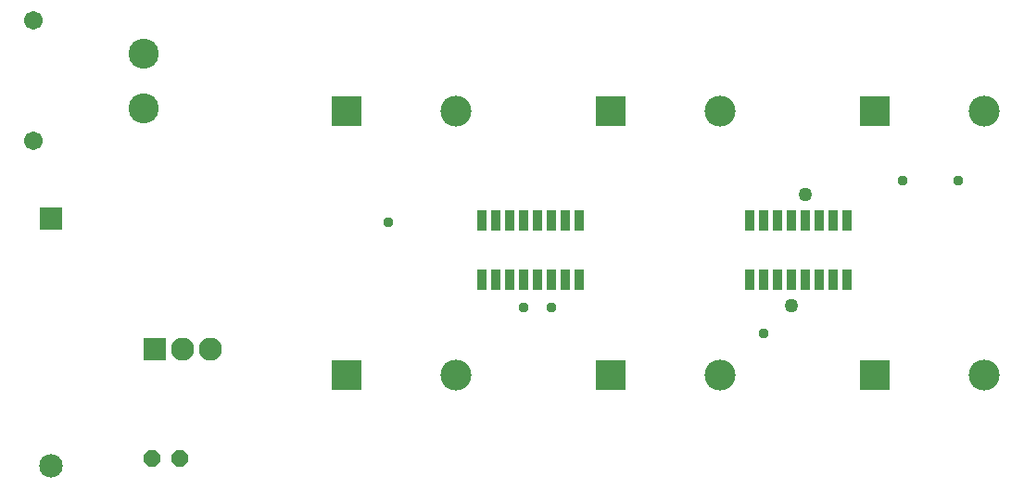
<source format=gbr>
G04 EAGLE Gerber RS-274X export*
G75*
%MOMM*%
%FSLAX34Y34*%
%LPD*%
%INSoldermask Bottom*%
%IPPOS*%
%AMOC8*
5,1,8,0,0,1.08239X$1,22.5*%
G01*
%ADD10R,2.828200X2.828200*%
%ADD11C,2.828200*%
%ADD12R,0.853200X1.841200*%
%ADD13C,2.753200*%
%ADD14C,1.711200*%
%ADD15P,1.649562X8X22.500000*%
%ADD16R,2.123200X2.123200*%
%ADD17C,2.123200*%
%ADD18R,2.153200X2.153200*%
%ADD19C,2.153200*%
%ADD20C,0.959600*%
%ADD21C,1.259600*%


D10*
X330200Y368300D03*
D11*
X430200Y368300D03*
D10*
X571500Y368300D03*
D11*
X671500Y368300D03*
D10*
X812800Y368300D03*
D11*
X912800Y368300D03*
D10*
X812800Y127000D03*
D11*
X912800Y127000D03*
D10*
X571500Y127000D03*
D11*
X671500Y127000D03*
D10*
X330200Y127000D03*
D11*
X430200Y127000D03*
D12*
X453390Y268360D03*
X466090Y268360D03*
X478790Y268360D03*
X491490Y268360D03*
X504190Y268360D03*
X516890Y268360D03*
X529590Y268360D03*
X542290Y268360D03*
X542290Y214240D03*
X529590Y214240D03*
X516890Y214240D03*
X504190Y214240D03*
X491490Y214240D03*
X478790Y214240D03*
X466090Y214240D03*
X453390Y214240D03*
X698500Y268360D03*
X711200Y268360D03*
X723900Y268360D03*
X736600Y268360D03*
X749300Y268360D03*
X762000Y268360D03*
X774700Y268360D03*
X787400Y268360D03*
X787400Y214240D03*
X774700Y214240D03*
X762000Y214240D03*
X749300Y214240D03*
X736600Y214240D03*
X723900Y214240D03*
X711200Y214240D03*
X698500Y214240D03*
D13*
X144210Y371240D03*
X144210Y421240D03*
D14*
X44210Y451240D03*
X44210Y341240D03*
D15*
X152400Y50800D03*
X177800Y50800D03*
D16*
X154940Y151130D03*
D17*
X180340Y151130D03*
X205740Y151130D03*
D18*
X59690Y270510D03*
D19*
X59690Y44510D03*
D20*
X368300Y266700D03*
X491490Y189230D03*
X516890Y189230D03*
X838200Y304800D03*
X889000Y304800D03*
X711200Y165100D03*
D21*
X736600Y190500D03*
X749300Y292100D03*
M02*

</source>
